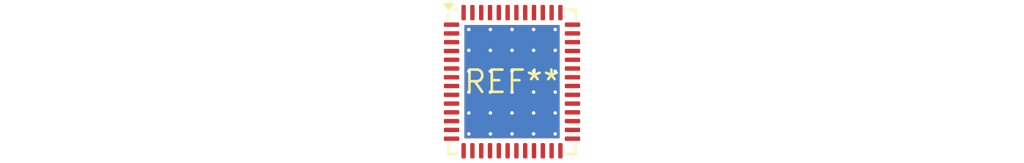
<source format=kicad_pcb>
(kicad_pcb (version 20240108) (generator pcbnew)
  (layers (0 "F.Cu" signal) (31 "B.Cu" signal) (34 "B.Paste" user) (35 "F.Paste" user) (36 "B.SilkS" user "B.Silkscreen") (37 "F.SilkS" user "F.Silkscreen") (38 "B.Mask" user) (39 "F.Mask" user) (44 "Edge.Cuts" user))
  (net 0 "")
  (footprint "QFN-52-1EP_7x8mm_P0.5mm_EP5.41x6.45mm_ThermalVias" (layer "F.Cu") (at 0 0)
    (property "Reference" "REF**")
    (property "Value" "QFN-52-1EP_7x8mm_P0.5mm_EP5.41x6.45mm_ThermalVias")
    (fp_line (start -3.61 -3.635) (end -3.61 -3.87) (layer "F.SilkS") (stroke (width 0.12)))
    (fp_line (start -3.61 4.11) (end -3.61 3.635) (layer "F.SilkS") (stroke (width 0.12)))
    (fp_line (start -3.135 -4.11) (end -3.31 -4.11) (layer "F.SilkS") (stroke (width 0.12)))
    (fp_line (start -3.135 4.11) (end -3.61 4.11) (layer "F.SilkS") (stroke (width 0.12)))
    (fp_line (start 3.135 -4.11) (end 3.61 -4.11) (layer "F.SilkS") (stroke (width 0.12)))
    (fp_line (start 3.135 4.11) (end 3.61 4.11) (layer "F.SilkS") (stroke (width 0.12)))
    (fp_line (start 3.61 -4.11) (end 3.61 -3.635) (layer "F.SilkS") (stroke (width 0.12)))
    (fp_line (start 3.61 4.11) (end 3.61 3.635) (layer "F.SilkS") (stroke (width 0.12)))
    (fp_poly (pts (xy -3.61 -4.11) (xy -3.85 -4.44) (xy -3.37 -4.44) (xy -3.61 -4.11)) (layer "F.SilkS") (stroke (width 0.12)) (fill solid))
    (pad "1" smd roundrect (at -3.4375 -3.25) (size 0.875 0.25) (layers "F.Cu" "F.Paste" "F.Mask"))
    (pad "2" smd roundrect (at -3.4375 -2.75) (size 0.875 0.25) (layers "F.Cu" "F.Paste" "F.Mask"))
    (pad "3" smd roundrect (at -3.4375 -2.25) (size 0.875 0.25) (layers "F.Cu" "F.Paste" "F.Mask"))
    (pad "4" smd roundrect (at -3.4375 -1.75) (size 0.875 0.25) (layers "F.Cu" "F.Paste" "F.Mask"))
    (pad "5" smd roundrect (at -3.4375 -1.25) (size 0.875 0.25) (layers "F.Cu" "F.Paste" "F.Mask"))
    (pad "6" smd roundrect (at -3.4375 -0.75) (size 0.875 0.25) (layers "F.Cu" "F.Paste" "F.Mask"))
    (pad "7" smd roundrect (at -3.4375 -0.25) (size 0.875 0.25) (layers "F.Cu" "F.Paste" "F.Mask"))
    (pad "8" smd roundrect (at -3.4375 0.25) (size 0.875 0.25) (layers "F.Cu" "F.Paste" "F.Mask"))
    (pad "9" smd roundrect (at -3.4375 0.75) (size 0.875 0.25) (layers "F.Cu" "F.Paste" "F.Mask"))
    (pad "10" smd roundrect (at -3.4375 1.25) (size 0.875 0.25) (layers "F.Cu" "F.Paste" "F.Mask"))
    (pad "11" smd roundrect (at -3.4375 1.75) (size 0.875 0.25) (layers "F.Cu" "F.Paste" "F.Mask"))
    (pad "12" smd roundrect (at -3.4375 2.25) (size 0.875 0.25) (layers "F.Cu" "F.Paste" "F.Mask"))
    (pad "13" smd roundrect (at -3.4375 2.75) (size 0.875 0.25) (layers "F.Cu" "F.Paste" "F.Mask"))
    (pad "14" smd roundrect (at -3.4375 3.25) (size 0.875 0.25) (layers "F.Cu" "F.Paste" "F.Mask"))
    (pad "15" smd roundrect (at -2.75 3.9375) (size 0.25 0.875) (layers "F.Cu" "F.Paste" "F.Mask"))
    (pad "16" smd roundrect (at -2.25 3.9375) (size 0.25 0.875) (layers "F.Cu" "F.Paste" "F.Mask"))
    (pad "17" smd roundrect (at -1.75 3.9375) (size 0.25 0.875) (layers "F.Cu" "F.Paste" "F.Mask"))
    (pad "18" smd roundrect (at -1.25 3.9375) (size 0.25 0.875) (layers "F.Cu" "F.Paste" "F.Mask"))
    (pad "19" smd roundrect (at -0.75 3.9375) (size 0.25 0.875) (layers "F.Cu" "F.Paste" "F.Mask"))
    (pad "20" smd roundrect (at -0.25 3.9375) (size 0.25 0.875) (layers "F.Cu" "F.Paste" "F.Mask"))
    (pad "21" smd roundrect (at 0.25 3.9375) (size 0.25 0.875) (layers "F.Cu" "F.Paste" "F.Mask"))
    (pad "22" smd roundrect (at 0.75 3.9375) (size 0.25 0.875) (layers "F.Cu" "F.Paste" "F.Mask"))
    (pad "23" smd roundrect (at 1.25 3.9375) (size 0.25 0.875) (layers "F.Cu" "F.Paste" "F.Mask"))
    (pad "24" smd roundrect (at 1.75 3.9375) (size 0.25 0.875) (layers "F.Cu" "F.Paste" "F.Mask"))
    (pad "25" smd roundrect (at 2.25 3.9375) (size 0.25 0.875) (layers "F.Cu" "F.Paste" "F.Mask"))
    (pad "26" smd roundrect (at 2.75 3.9375) (size 0.25 0.875) (layers "F.Cu" "F.Paste" "F.Mask"))
    (pad "27" smd roundrect (at 3.4375 3.25) (size 0.875 0.25) (layers "F.Cu" "F.Paste" "F.Mask"))
    (pad "28" smd roundrect (at 3.4375 2.75) (size 0.875 0.25) (layers "F.Cu" "F.Paste" "F.Mask"))
    (pad "29" smd roundrect (at 3.4375 2.25) (size 0.875 0.25) (layers "F.Cu" "F.Paste" "F.Mask"))
    (pad "30" smd roundrect (at 3.4375 1.75) (size 0.875 0.25) (layers "F.Cu" "F.Paste" "F.Mask"))
    (pad "31" smd roundrect (at 3.4375 1.25) (size 0.875 0.25) (layers "F.Cu" "F.Paste" "F.Mask"))
    (pad "32" smd roundrect (at 3.4375 0.75) (size 0.875 0.25) (layers "F.Cu" "F.Paste" "F.Mask"))
    (pad "33" smd roundrect (at 3.4375 0.25) (size 0.875 0.25) (layers "F.Cu" "F.Paste" "F.Mask"))
    (pad "34" smd roundrect (at 3.4375 -0.25) (size 0.875 0.25) (layers "F.Cu" "F.Paste" "F.Mask"))
    (pad "35" smd roundrect (at 3.4375 -0.75) (size 0.875 0.25) (layers "F.Cu" "F.Paste" "F.Mask"))
    (pad "36" smd roundrect (at 3.4375 -1.25) (size 0.875 0.25) (layers "F.Cu" "F.Paste" "F.Mask"))
    (pad "37" smd roundrect (at 3.4375 -1.75) (size 0.875 0.25) (layers "F.Cu" "F.Paste" "F.Mask"))
    (pad "38" smd roundrect (at 3.4375 -2.25) (size 0.875 0.25) (layers "F.Cu" "F.Paste" "F.Mask"))
    (pad "39" smd roundrect (at 3.4375 -2.75) (size 0.875 0.25) (layers "F.Cu" "F.Paste" "F.Mask"))
    (pad "40" smd roundrect (at 3.4375 -3.25) (size 0.875 0.25) (layers "F.Cu" "F.Paste" "F.Mask"))
    (pad "41" smd roundrect (at 2.75 -3.9375) (size 0.25 0.875) (layers "F.Cu" "F.Paste" "F.Mask"))
    (pad "42" smd roundrect (at 2.25 -3.9375) (size 0.25 0.875) (layers "F.Cu" "F.Paste" "F.Mask"))
    (pad "43" smd roundrect (at 1.75 -3.9375) (size 0.25 0.875) (layers "F.Cu" "F.Paste" "F.Mask"))
    (pad "44" smd roundrect (at 1.25 -3.9375) (size 0.25 0.875) (layers "F.Cu" "F.Paste" "F.Mask"))
    (pad "45" smd roundrect (at 0.75 -3.9375) (size 0.25 0.875) (layers "F.Cu" "F.Paste" "F.Mask"))
    (pad "46" smd roundrect (at 0.25 -3.9375) (size 0.25 0.875) (layers "F.Cu" "F.Paste" "F.Mask"))
    (pad "47" smd roundrect (at -0.25 -3.9375) (size 0.25 0.875) (layers "F.Cu" "F.Paste" "F.Mask"))
    (pad "48" smd roundrect (at -0.75 -3.9375) (size 0.25 0.875) (layers "F.Cu" "F.Paste" "F.Mask"))
    (pad "49" smd roundrect (at -1.25 -3.9375) (size 0.25 0.875) (layers "F.Cu" "F.Paste" "F.Mask"))
    (pad "50" smd roundrect (at -1.75 -3.9375) (size 0.25 0.875) (layers "F.Cu" "F.Paste" "F.Mask"))
    (pad "51" smd roundrect (at -2.25 -3.9375) (size 0.25 0.875) (layers "F.Cu" "F.Paste" "F.Mask"))
    (pad "52" smd roundrect (at -2.75 -3.9375) (size 0.25 0.875) (layers "F.Cu" "F.Paste" "F.Mask"))
    (pad "53" thru_hole circle (at -2.455 -2.975) (size 0.5 0.5) (drill 0.2) (property pad_prop_heatsink) (layers *.Cu) (remove_unused_layers))
    (pad "53" thru_hole circle (at -2.455 -1.785) (size 0.5 0.5) (drill 0.2) (property pad_prop_heatsink) (layers *.Cu) (remove_unused_layers))
    (pad "53" thru_hole circle (at -2.455 -0.595) (size 0.5 0.5) (drill 0.2) (property pad_prop_heatsink) (layers *.Cu) (remove_unused_layers))
    (pad "53" thru_hole circle (at -2.455 0.595) (size 0.5 0.5) (drill 0.2) (property pad_prop_heatsink) (layers *.Cu) (remove_unused_layers))
    (pad "53" thru_hole circle (at -2.455 1.785) (size 0.5 0.5) (drill 0.2) (property pad_prop_heatsink) (layers *.Cu) (remove_unused_layers))
    (pad "53" thru_hole circle (at -2.455 2.975) (size 0.5 0.5) (drill 0.2) (property pad_prop_heatsink) (layers *.Cu) (remove_unused_layers))
    (pad "53" thru_hole circle (at -1.2275 -2.975) (size 0.5 0.5) (drill 0.2) (property pad_prop_heatsink) (layers *.Cu) (remove_unused_layers))
    (pad "53" thru_hole circle (at -1.2275 -1.785) (size 0.5 0.5) (drill 0.2) (property pad_prop_heatsink) (layers *.Cu) (remove_unused_layers))
    (pad "53" thru_hole circle (at -1.2275 -0.595) (size 0.5 0.5) (drill 0.2) (property pad_prop_heatsink) (layers *.Cu) (remove_unused_layers))
    (pad "53" thru_hole circle (at -1.2275 0.595) (size 0.5 0.5) (drill 0.2) (property pad_prop_heatsink) (layers *.Cu) (remove_unused_layers))
    (pad "53" thru_hole circle (at -1.2275 1.785) (size 0.5 0.5) (drill 0.2) (property pad_prop_heatsink) (layers *.Cu) (remove_unused_layers))
    (pad "53" thru_hole circle (at -1.2275 2.975) (size 0.5 0.5) (drill 0.2) (property pad_prop_heatsink) (layers *.Cu) (remove_unused_layers))
    (pad "53" thru_hole circle (at 0 -2.975) (size 0.5 0.5) (drill 0.2) (property pad_prop_heatsink) (layers *.Cu) (remove_unused_layers))
    (pad "53" thru_hole circle (at 0 -1.785) (size 0.5 0.5) (drill 0.2) (property pad_prop_heatsink) (layers *.Cu) (remove_unused_layers))
    (pad "53" thru_hole circle (at 0 -0.595) (size 0.5 0.5) (drill 0.2) (property pad_prop_heatsink) (layers *.Cu) (remove_unused_layers))
    (pad "53" smd rect (at 0 0) (size 5.41 6.45) (property pad_prop_heatsink) (layers "F.Cu" "F.Mask"))
    (pad "53" smd rect (at 0 0) (size 5.41 6.45) (property pad_prop_heatsink) (layers "B.Cu"))
    (pad "53" thru_hole circle (at 0 0.595) (size 0.5 0.5) (drill 0.2) (property pad_prop_heatsink) (layers *.Cu) (remove_unused_layers))
    (pad "53" thru_hole circle (at 0 1.785) (size 0.5 0.5) (drill 0.2) (property pad_prop_heatsink) (layers *.Cu) (remove_unused_layers))
    (pad "53" thru_hole circle (at 0 2.975) (size 0.5 0.5) (drill 0.2) (property pad_prop_heatsink) (layers *.Cu) (remove_unused_layers))
    (pad "53" thru_hole circle (at 1.2275 -2.975) (size 0.5 0.5) (drill 0.2) (property pad_prop_heatsink) (layers *.Cu) (remove_unused_layers))
    (pad "53" thru_hole circle (at 1.2275 -1.785) (size 0.5 0.5) (drill 0.2) (property pad_prop_heatsink) (layers *.Cu) (remove_unused_layers))
    (pad "53" thru_hole circle (at 1.2275 -0.595) (size 0.5 0.5) (drill 0.2) (property pad_prop_heatsink) (layers *.Cu) (remove_unused_layers))
    (pad "53" thru_hole circle (at 1.2275 0.595) (size 0.5 0.5) (drill 0.2) (property pad_prop_heatsink) (layers *.Cu) (remove_unused_layers))
    (pad "53" thru_hole circle (at 1.2275 1.785) (size 0.5 0.5) (drill 0.2) (property pad_prop_heatsink) (layers *.Cu) (remove_unused_layers))
    (pad "53" thru_hole circle (at 1.2275 2.975) (size 0.5 0.5) (drill 0.2) (property pad_prop_heatsink) (layers *.Cu) (remove_unused_layers))
    (pad "53" thru_hole circle (at 2.455 -2.975) (size 0.5 0.5) (drill 0.2) (property pad_prop_heatsink) (layers *.Cu) (remove_unused_layers))
    (pad "53" thru_hole circle (at 2.455 -1.785) (size 0.5 0.5) (drill 0.2) (property pad_prop_heatsink) (layers *.Cu) (remove_unused_layers))
    (pad "53" thru_hole circle (at 2.455 -0.595) (size 0.5 0.5) (drill 0.2) (property pad_prop_heatsink) (layers *.Cu) (remove_unused_layers))
    (pad "53" thru_hole circle (at 2.455 0.595) (size 0.5 0.5) (drill 0.2) (property pad_prop_heatsink) (layers *.Cu) (remove_unused_layers))
    (pad "53" thru_hole circle (at 2.455 1.785) (size 0.5 0.5) (drill 0.2) (property pad_prop_heatsink) (layers *.Cu) (remove_unused_layers))
    (pad "53" thru_hole circle (at 2.455 2.975) (size 0.5 0.5) (drill 0.2) (property pad_prop_heatsink) (layers *.Cu) (remove_unused_layers))
  )
)
</source>
